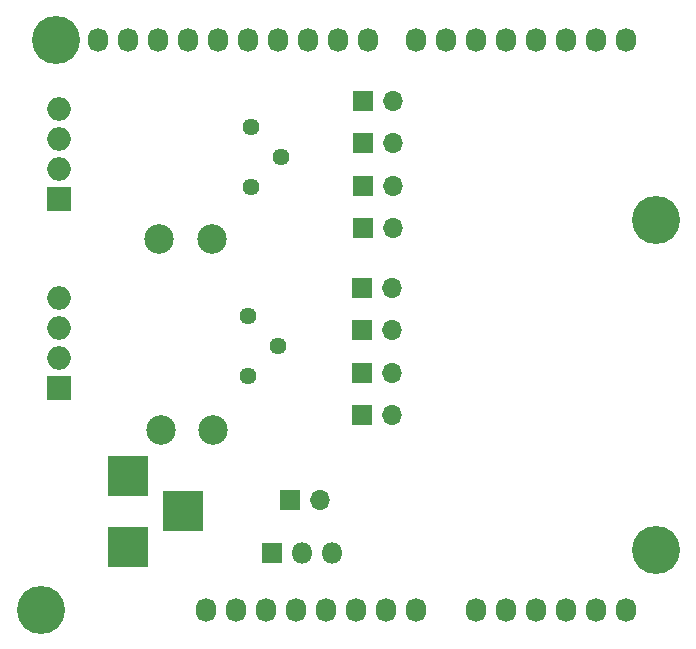
<source format=gbr>
G04 #@! TF.GenerationSoftware,KiCad,Pcbnew,(5.0.0-rc3-dev-14-g1a2291879)*
G04 #@! TF.CreationDate,2019-01-08T02:03:16-05:00*
G04 #@! TF.ProjectId,LoadCellShield,4C6F616443656C6C536869656C642E6B,rev?*
G04 #@! TF.SameCoordinates,Original*
G04 #@! TF.FileFunction,Soldermask,Bot*
G04 #@! TF.FilePolarity,Negative*
%FSLAX46Y46*%
G04 Gerber Fmt 4.6, Leading zero omitted, Abs format (unit mm)*
G04 Created by KiCad (PCBNEW (5.0.0-rc3-dev-14-g1a2291879)) date 01/08/19 02:03:16*
%MOMM*%
%LPD*%
G01*
G04 APERTURE LIST*
%ADD10C,2.499360*%
%ADD11R,3.500000X3.500000*%
%ADD12O,1.998980X1.998980*%
%ADD13R,1.998980X1.998980*%
%ADD14O,1.727200X2.032000*%
%ADD15C,4.064000*%
%ADD16C,1.440000*%
%ADD17O,1.700000X1.700000*%
%ADD18R,1.700000X1.700000*%
%ADD19O,1.800000X1.800000*%
%ADD20R,1.800000X1.800000*%
G04 APERTURE END LIST*
D10*
G04 #@! TO.C,TP11*
X135001000Y-92456000D03*
G04 #@! TD*
G04 #@! TO.C,TP12*
X139446000Y-92456000D03*
G04 #@! TD*
G04 #@! TO.C,TP10*
X139573000Y-108585000D03*
G04 #@! TD*
G04 #@! TO.C,TP9*
X135128000Y-108585000D03*
G04 #@! TD*
D11*
G04 #@! TO.C,J7*
X132334000Y-112491000D03*
X132334000Y-118491000D03*
X137034000Y-115491000D03*
G04 #@! TD*
D12*
G04 #@! TO.C,J2*
X126492000Y-83947000D03*
X126492000Y-86487000D03*
D13*
X126492000Y-89027000D03*
D12*
X126492000Y-81407000D03*
G04 #@! TD*
D14*
G04 #@! TO.C,P1*
X138938000Y-123825000D03*
X141478000Y-123825000D03*
X144018000Y-123825000D03*
X146558000Y-123825000D03*
X149098000Y-123825000D03*
X151638000Y-123825000D03*
X154178000Y-123825000D03*
X156718000Y-123825000D03*
G04 #@! TD*
G04 #@! TO.C,P2*
X161798000Y-123825000D03*
X164338000Y-123825000D03*
X166878000Y-123825000D03*
X169418000Y-123825000D03*
X171958000Y-123825000D03*
X174498000Y-123825000D03*
G04 #@! TD*
G04 #@! TO.C,P3*
X129794000Y-75565000D03*
X132334000Y-75565000D03*
X134874000Y-75565000D03*
X137414000Y-75565000D03*
X139954000Y-75565000D03*
X142494000Y-75565000D03*
X145034000Y-75565000D03*
X147574000Y-75565000D03*
X150114000Y-75565000D03*
X152654000Y-75565000D03*
G04 #@! TD*
G04 #@! TO.C,P4*
X156718000Y-75565000D03*
X159258000Y-75565000D03*
X161798000Y-75565000D03*
X164338000Y-75565000D03*
X166878000Y-75565000D03*
X169418000Y-75565000D03*
X171958000Y-75565000D03*
X174498000Y-75565000D03*
G04 #@! TD*
D15*
G04 #@! TO.C,P5*
X124968000Y-123825000D03*
G04 #@! TD*
G04 #@! TO.C,P6*
X177038000Y-118745000D03*
G04 #@! TD*
G04 #@! TO.C,P7*
X126238000Y-75565000D03*
G04 #@! TD*
G04 #@! TO.C,P8*
X177038000Y-90805000D03*
G04 #@! TD*
D12*
G04 #@! TO.C,J1*
X126492000Y-97409000D03*
D13*
X126492000Y-105029000D03*
D12*
X126492000Y-102489000D03*
X126492000Y-99949000D03*
G04 #@! TD*
D16*
G04 #@! TO.C,RV1*
X142494000Y-104013000D03*
X145034000Y-101473000D03*
X142494000Y-98933000D03*
G04 #@! TD*
G04 #@! TO.C,RV2*
X142748000Y-82931000D03*
X145288000Y-85471000D03*
X142748000Y-88011000D03*
G04 #@! TD*
D17*
G04 #@! TO.C,TP1*
X154775232Y-91527945D03*
D18*
X152235232Y-91527945D03*
G04 #@! TD*
G04 #@! TO.C,TP2*
X152235232Y-87927945D03*
D17*
X154775232Y-87927945D03*
G04 #@! TD*
G04 #@! TO.C,TP3*
X154775232Y-84327945D03*
D18*
X152235232Y-84327945D03*
G04 #@! TD*
G04 #@! TO.C,TP4*
X152235232Y-80727945D03*
D17*
X154775232Y-80727945D03*
G04 #@! TD*
G04 #@! TO.C,TP5*
X154742641Y-107386568D03*
D18*
X152202641Y-107386568D03*
G04 #@! TD*
G04 #@! TO.C,TP6*
X152202641Y-103786568D03*
D17*
X154742641Y-103786568D03*
G04 #@! TD*
G04 #@! TO.C,TP7*
X154742641Y-100186568D03*
D18*
X152202641Y-100186568D03*
G04 #@! TD*
G04 #@! TO.C,TP8*
X152202641Y-96586568D03*
D17*
X154742641Y-96586568D03*
G04 #@! TD*
D19*
G04 #@! TO.C,U1*
X149606000Y-118999000D03*
X147066000Y-118999000D03*
D20*
X144526000Y-118999000D03*
G04 #@! TD*
D18*
G04 #@! TO.C,REF\002A\002A*
X146050000Y-114554000D03*
D17*
X148590000Y-114554000D03*
G04 #@! TD*
M02*

</source>
